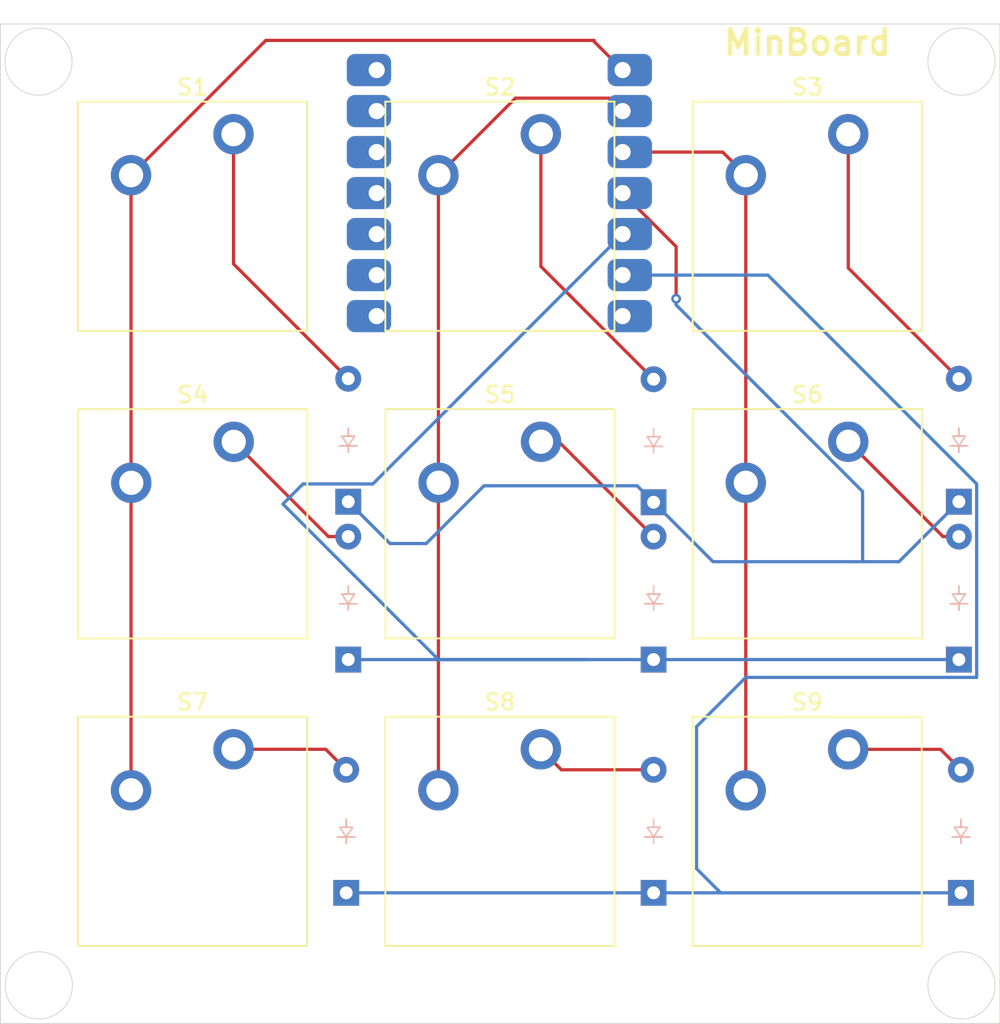
<source format=kicad_pcb>
(kicad_pcb (version 20241229) (generator "pcbnew") (generator_version "9.0")
  (layers (0 "F.Cu" signal) (2 "B.Cu" signal) (13 "F.Paste" user) (15 "B.Paste" user) (5 "F.SilkS" user "F.Silkscreen") (7 "B.SilkS" user "B.Silkscreen") (1 "F.Mask" user) (3 "B.Mask" user) (25 "Edge.Cuts" user))
  (net 0 "")
  (net 1 "Row0")
  (net 2 "Net-(D1-A)")
  (net 3 "Net-(D2-A)")
  (net 4 "Net-(D3-A)")
  (net 5 "Net-(D4-A)")
  (net 6 "Row1")
  (net 7 "Net-(D5-A)")
  (net 8 "Net-(D6-A)")
  (net 9 "Row2")
  (net 10 "Net-(D7-A)")
  (net 11 "Net-(D8-A)")
  (net 12 "Net-(D9-A)")
  (net 13 "Column0")
  (net 14 "Column1")
  (net 15 "Column2")
  (footprint "ScottoKeebs_MX:MX_PCB_1.00u" (layer "F.Cu") (at 85.74 88.11)
    (property "Reference" "S4" (at 0 -8 0) (layer "F.SilkS"))
    (property "Value" "Keyswitch")
    (fp_line (start -7.1 -7.1) (end -7.1 7.1) (stroke (width 0.12)) (layer "F.SilkS"))
    (fp_line (start -7.1 7.1) (end 7.1 7.1) (stroke (width 0.12)) (layer "F.SilkS"))
    (fp_line (start 7.1 -7.1) (end -7.1 -7.1) (stroke (width 0.12)) (layer "F.SilkS"))
    (fp_line (start 7.1 7.1) (end 7.1 -7.1) (stroke (width 0.12)) (layer "F.SilkS"))
    (pad "" np_thru_hole circle (at -5.08 0) (size 1.75 1.75) (drill 1.75) (layers "*.Cu" "*.Mask"))
    (pad "" np_thru_hole circle (at 0 0) (size 4 4) (drill 4) (layers "*.Cu" "*.Mask"))
    (pad "" np_thru_hole circle (at 5.08 0) (size 1.75 1.75) (drill 1.75) (layers "*.Cu" "*.Mask"))
    (pad "1" thru_hole circle (at -3.81 -2.54) (size 2.5 2.5) (drill 1.5) (layers "*.Cu" "*.Mask") (net 13 "Column0"))
    (pad "2" thru_hole circle (at 2.54 -5.08) (size 2.5 2.5) (drill 1.5) (layers "*.Cu" "*.Mask") (net 5 "Net-(D4-A)"))
  )
  (footprint "ScottoKeebs_MX:MX_PCB_1.00u" (layer "F.Cu") (at 85.725 107.15625)
    (property "Reference" "S7" (at 0 -8 0) (layer "F.SilkS"))
    (property "Value" "Keyswitch")
    (fp_line (start -7.1 -7.1) (end -7.1 7.1) (stroke (width 0.12)) (layer "F.SilkS"))
    (fp_line (start -7.1 7.1) (end 7.1 7.1) (stroke (width 0.12)) (layer "F.SilkS"))
    (fp_line (start 7.1 -7.1) (end -7.1 -7.1) (stroke (width 0.12)) (layer "F.SilkS"))
    (fp_line (start 7.1 7.1) (end 7.1 -7.1) (stroke (width 0.12)) (layer "F.SilkS"))
    (pad "" np_thru_hole circle (at -5.08 0) (size 1.75 1.75) (drill 1.75) (layers "*.Cu" "*.Mask"))
    (pad "" np_thru_hole circle (at 0 0) (size 4 4) (drill 4) (layers "*.Cu" "*.Mask"))
    (pad "" np_thru_hole circle (at 5.08 0) (size 1.75 1.75) (drill 1.75) (layers "*.Cu" "*.Mask"))
    (pad "1" thru_hole circle (at -3.81 -2.54) (size 2.5 2.5) (drill 1.5) (layers "*.Cu" "*.Mask") (net 13 "Column0"))
    (pad "2" thru_hole circle (at 2.54 -5.08) (size 2.5 2.5) (drill 1.5) (layers "*.Cu" "*.Mask") (net 10 "Net-(D7-A)"))
  )
  (footprint "ScottoKeebs_MX:MX_PCB_1.00u" (layer "F.Cu") (at 104.785 88.105)
    (property "Reference" "S5" (at 0 -8 0) (layer "F.SilkS"))
    (property "Value" "Keyswitch")
    (fp_line (start -7.1 -7.1) (end -7.1 7.1) (stroke (width 0.12)) (layer "F.SilkS"))
    (fp_line (start -7.1 7.1) (end 7.1 7.1) (stroke (width 0.12)) (layer "F.SilkS"))
    (fp_line (start 7.1 -7.1) (end -7.1 -7.1) (stroke (width 0.12)) (layer "F.SilkS"))
    (fp_line (start 7.1 7.1) (end 7.1 -7.1) (stroke (width 0.12)) (layer "F.SilkS"))
    (pad "" np_thru_hole circle (at -5.08 0) (size 1.75 1.75) (drill 1.75) (layers "*.Cu" "*.Mask"))
    (pad "" np_thru_hole circle (at 0 0) (size 4 4) (drill 4) (layers "*.Cu" "*.Mask"))
    (pad "" np_thru_hole circle (at 5.08 0) (size 1.75 1.75) (drill 1.75) (layers "*.Cu" "*.Mask"))
    (pad "1" thru_hole circle (at -3.81 -2.54) (size 2.5 2.5) (drill 1.5) (layers "*.Cu" "*.Mask") (net 14 "Column1"))
    (pad "2" thru_hole circle (at 2.54 -5.08) (size 2.5 2.5) (drill 1.5) (layers "*.Cu" "*.Mask") (net 7 "Net-(D5-A)"))
  )
  (footprint "ScottoKeebs_MX:MX_PCB_1.00u" (layer "F.Cu") (at 123.825 69.05625)
    (property "Reference" "S3" (at 0 -8 0) (layer "F.SilkS"))
    (property "Value" "Keyswitch")
    (fp_line (start -7.1 -7.1) (end -7.1 7.1) (stroke (width 0.12)) (layer "F.SilkS"))
    (fp_line (start -7.1 7.1) (end 7.1 7.1) (stroke (width 0.12)) (layer "F.SilkS"))
    (fp_line (start 7.1 -7.1) (end -7.1 -7.1) (stroke (width 0.12)) (layer "F.SilkS"))
    (fp_line (start 7.1 7.1) (end 7.1 -7.1) (stroke (width 0.12)) (layer "F.SilkS"))
    (pad "" np_thru_hole circle (at -5.08 0) (size 1.75 1.75) (drill 1.75) (layers "*.Cu" "*.Mask"))
    (pad "" np_thru_hole circle (at 0 0) (size 4 4) (drill 4) (layers "*.Cu" "*.Mask"))
    (pad "" np_thru_hole circle (at 5.08 0) (size 1.75 1.75) (drill 1.75) (layers "*.Cu" "*.Mask"))
    (pad "1" thru_hole circle (at -3.81 -2.54) (size 2.5 2.5) (drill 1.5) (layers "*.Cu" "*.Mask") (net 15 "Column2"))
    (pad "2" thru_hole circle (at 2.54 -5.08) (size 2.5 2.5) (drill 1.5) (layers "*.Cu" "*.Mask") (net 4 "Net-(D3-A)"))
  )
  (footprint "ScottoKeebs_MX:MX_PCB_1.00u" (layer "F.Cu") (at 104.775 107.15625)
    (property "Reference" "S8" (at 0 -8 0) (layer "F.SilkS"))
    (property "Value" "Keyswitch")
    (fp_line (start -7.1 -7.1) (end -7.1 7.1) (stroke (width 0.12)) (layer "F.SilkS"))
    (fp_line (start -7.1 7.1) (end 7.1 7.1) (stroke (width 0.12)) (layer "F.SilkS"))
    (fp_line (start 7.1 -7.1) (end -7.1 -7.1) (stroke (width 0.12)) (layer "F.SilkS"))
    (fp_line (start 7.1 7.1) (end 7.1 -7.1) (stroke (width 0.12)) (layer "F.SilkS"))
    (pad "" np_thru_hole circle (at -5.08 0) (size 1.75 1.75) (drill 1.75) (layers "*.Cu" "*.Mask"))
    (pad "" np_thru_hole circle (at 0 0) (size 4 4) (drill 4) (layers "*.Cu" "*.Mask"))
    (pad "" np_thru_hole circle (at 5.08 0) (size 1.75 1.75) (drill 1.75) (layers "*.Cu" "*.Mask"))
    (pad "1" thru_hole circle (at -3.81 -2.54) (size 2.5 2.5) (drill 1.5) (layers "*.Cu" "*.Mask") (net 14 "Column1"))
    (pad "2" thru_hole circle (at 2.54 -5.08) (size 2.5 2.5) (drill 1.5) (layers "*.Cu" "*.Mask") (net 11 "Net-(D8-A)"))
  )
  (footprint "ScottoKeebs_MX:MX_PCB_1.00u" (layer "F.Cu") (at 123.82 107.16)
    (property "Reference" "S9" (at 0 -8 0) (layer "F.SilkS"))
    (property "Value" "Keyswitch")
    (fp_line (start -7.1 -7.1) (end -7.1 7.1) (stroke (width 0.12)) (layer "F.SilkS"))
    (fp_line (start -7.1 7.1) (end 7.1 7.1) (stroke (width 0.12)) (layer "F.SilkS"))
    (fp_line (start 7.1 -7.1) (end -7.1 -7.1) (stroke (width 0.12)) (layer "F.SilkS"))
    (fp_line (start 7.1 7.1) (end 7.1 -7.1) (stroke (width 0.12)) (layer "F.SilkS"))
    (pad "" np_thru_hole circle (at -5.08 0) (size 1.75 1.75) (drill 1.75) (layers "*.Cu" "*.Mask"))
    (pad "" np_thru_hole circle (at 0 0) (size 4 4) (drill 4) (layers "*.Cu" "*.Mask"))
    (pad "" np_thru_hole circle (at 5.08 0) (size 1.75 1.75) (drill 1.75) (layers "*.Cu" "*.Mask"))
    (pad "1" thru_hole circle (at -3.81 -2.54) (size 2.5 2.5) (drill 1.5) (layers "*.Cu" "*.Mask") (net 15 "Column2"))
    (pad "2" thru_hole circle (at 2.54 -5.08) (size 2.5 2.5) (drill 1.5) (layers "*.Cu" "*.Mask") (net 12 "Net-(D9-A)"))
  )
  (footprint "ScottoKeebs_MX:MX_PCB_1.00u" (layer "F.Cu") (at 85.725 69.05625)
    (property "Reference" "S1" (at 0 -8 0) (layer "F.SilkS"))
    (property "Value" "Keyswitch")
    (fp_line (start -7.1 -7.1) (end -7.1 7.1) (stroke (width 0.12)) (layer "F.SilkS"))
    (fp_line (start -7.1 7.1) (end 7.1 7.1) (stroke (width 0.12)) (layer "F.SilkS"))
    (fp_line (start 7.1 -7.1) (end -7.1 -7.1) (stroke (width 0.12)) (layer "F.SilkS"))
    (fp_line (start 7.1 7.1) (end 7.1 -7.1) (stroke (width 0.12)) (layer "F.SilkS"))
    (pad "" np_thru_hole circle (at -5.08 0) (size 1.75 1.75) (drill 1.75) (layers "*.Cu" "*.Mask"))
    (pad "" np_thru_hole circle (at 0 0) (size 4 4) (drill 4) (layers "*.Cu" "*.Mask"))
    (pad "" np_thru_hole circle (at 5.08 0) (size 1.75 1.75) (drill 1.75) (layers "*.Cu" "*.Mask"))
    (pad "1" thru_hole circle (at -3.81 -2.54) (size 2.5 2.5) (drill 1.5) (layers "*.Cu" "*.Mask") (net 13 "Column0"))
    (pad "2" thru_hole circle (at 2.54 -5.08) (size 2.5 2.5) (drill 1.5) (layers "*.Cu" "*.Mask") (net 2 "Net-(D1-A)"))
  )
  (footprint "ScottoKeebs_MX:MX_PCB_1.00u" (layer "F.Cu") (at 104.775 69.05625)
    (property "Reference" "S2" (at 0 -8 0) (layer "F.SilkS"))
    (property "Value" "Keyswitch")
    (fp_line (start -7.1 -7.1) (end -7.1 7.1) (stroke (width 0.12)) (layer "F.SilkS"))
    (fp_line (start -7.1 7.1) (end 7.1 7.1) (stroke (width 0.12)) (layer "F.SilkS"))
    (fp_line (start 7.1 -7.1) (end -7.1 -7.1) (stroke (width 0.12)) (layer "F.SilkS"))
    (fp_line (start 7.1 7.1) (end 7.1 -7.1) (stroke (width 0.12)) (layer "F.SilkS"))
    (pad "" np_thru_hole circle (at -5.08 0) (size 1.75 1.75) (drill 1.75) (layers "*.Cu" "*.Mask"))
    (pad "" np_thru_hole circle (at 0 0) (size 4 4) (drill 4) (layers "*.Cu" "*.Mask"))
    (pad "" np_thru_hole circle (at 5.08 0) (size 1.75 1.75) (drill 1.75) (layers "*.Cu" "*.Mask"))
    (pad "1" thru_hole circle (at -3.81 -2.54) (size 2.5 2.5) (drill 1.5) (layers "*.Cu" "*.Mask") (net 14 "Column1"))
    (pad "2" thru_hole circle (at 2.54 -5.08) (size 2.5 2.5) (drill 1.5) (layers "*.Cu" "*.Mask") (net 3 "Net-(D2-A)"))
  )
  (footprint "ScottoKeebs_MX:MX_PCB_1.00u" (layer "F.Cu") (at 123.825 88.10625)
    (property "Reference" "S6" (at 0 -8 0) (layer "F.SilkS"))
    (property "Value" "Keyswitch")
    (fp_line (start -7.1 -7.1) (end -7.1 7.1) (stroke (width 0.12)) (layer "F.SilkS"))
    (fp_line (start -7.1 7.1) (end 7.1 7.1) (stroke (width 0.12)) (layer "F.SilkS"))
    (fp_line (start 7.1 -7.1) (end -7.1 -7.1) (stroke (width 0.12)) (layer "F.SilkS"))
    (fp_line (start 7.1 7.1) (end 7.1 -7.1) (stroke (width 0.12)) (layer "F.SilkS"))
    (pad "" np_thru_hole circle (at -5.08 0) (size 1.75 1.75) (drill 1.75) (layers "*.Cu" "*.Mask"))
    (pad "" np_thru_hole circle (at 0 0) (size 4 4) (drill 4) (layers "*.Cu" "*.Mask"))
    (pad "" np_thru_hole circle (at 5.08 0) (size 1.75 1.75) (drill 1.75) (layers "*.Cu" "*.Mask"))
    (pad "1" thru_hole circle (at -3.81 -2.54) (size 2.5 2.5) (drill 1.5) (layers "*.Cu" "*.Mask") (net 15 "Column2"))
    (pad "2" thru_hole circle (at 2.54 -5.08) (size 2.5 2.5) (drill 1.5) (layers "*.Cu" "*.Mask") (net 8 "Net-(D6-A)"))
  )
  (footprint "ScottoKeebs_Components:Diode_DO-35" (layer "B.Cu") (at 95.25 110.96625 90)
    (property "Reference" "D7" (hide yes))
    (property "Value" "Diode" (hide yes))
    (fp_line (start 4.06 -0.4) (end 3.46 0) (stroke (width 0.1)) (layer "B.SilkS"))
    (fp_line (start 4.06 0) (end 4.56 0) (stroke (width 0.1)) (layer "B.SilkS"))
    (fp_line (start 3.46 0) (end 4.06 0.4) (stroke (width 0.1)) (layer "B.SilkS"))
    (fp_line (start 3.06 0) (end 3.46 0) (stroke (width 0.1)) (layer "B.SilkS"))
    (fp_line (start 4.06 0.4) (end 4.06 -0.4) (stroke (width 0.1)) (layer "B.SilkS"))
    (fp_line (start 3.46 0.55) (end 3.46 -0.55) (stroke (width 0.1)) (layer "B.SilkS"))
    (pad "1" thru_hole rect (at 0 0 90) (size 1.6 1.6) (drill 0.8) (layers "*.Cu" "*.Mask") (net 9 "Row2"))
    (pad "2" thru_hole oval (at 7.62 0 90) (size 1.6 1.6) (drill 0.8) (layers "*.Cu" "*.Mask") (net 10 "Net-(D7-A)"))
  )
  (footprint "ScottoKeebs_Components:Diode_DO-35" (layer "B.Cu") (at 95.377 86.741 90)
    (property "Reference" "D1" (hide yes))
    (property "Value" "Diode" (hide yes))
    (fp_line (start 4.06 -0.4) (end 3.46 0) (stroke (width 0.1)) (layer "B.SilkS"))
    (fp_line (start 4.06 0) (end 4.56 0) (stroke (width 0.1)) (layer "B.SilkS"))
    (fp_line (start 3.46 0) (end 4.06 0.4) (stroke (width 0.1)) (layer "B.SilkS"))
    (fp_line (start 3.06 0) (end 3.46 0) (stroke (width 0.1)) (layer "B.SilkS"))
    (fp_line (start 4.06 0.4) (end 4.06 -0.4) (stroke (width 0.1)) (layer "B.SilkS"))
    (fp_line (start 3.46 0.55) (end 3.46 -0.55) (stroke (width 0.1)) (layer "B.SilkS"))
    (pad "1" thru_hole rect (at 0 0 90) (size 1.6 1.6) (drill 0.8) (layers "*.Cu" "*.Mask") (net 1 "Row0"))
    (pad "2" thru_hole oval (at 7.62 0 90) (size 1.6 1.6) (drill 0.8) (layers "*.Cu" "*.Mask") (net 2 "Net-(D1-A)"))
  )
  (footprint "ScottoKeebs_Components:Diode_DO-35" (layer "B.Cu") (at 114.3 86.77275 90)
    (property "Reference" "D2" (hide yes))
    (property "Value" "Diode" (hide yes))
    (fp_line (start 4.06 -0.4) (end 3.46 0) (stroke (width 0.1)) (layer "B.SilkS"))
    (fp_line (start 4.06 0) (end 4.56 0) (stroke (width 0.1)) (layer "B.SilkS"))
    (fp_line (start 3.46 0) (end 4.06 0.4) (stroke (width 0.1)) (layer "B.SilkS"))
    (fp_line (start 3.06 0) (end 3.46 0) (stroke (width 0.1)) (layer "B.SilkS"))
    (fp_line (start 4.06 0.4) (end 4.06 -0.4) (stroke (width 0.1)) (layer "B.SilkS"))
    (fp_line (start 3.46 0.55) (end 3.46 -0.55) (stroke (width 0.1)) (layer "B.SilkS"))
    (pad "1" thru_hole rect (at 0 0 90) (size 1.6 1.6) (drill 0.8) (layers "*.Cu" "*.Mask") (net 1 "Row0"))
    (pad "2" thru_hole oval (at 7.62 0 90) (size 1.6 1.6) (drill 0.8) (layers "*.Cu" "*.Mask") (net 3 "Net-(D2-A)"))
  )
  (footprint "ScottoKeebs_Components:Diode_DO-35" (layer "B.Cu") (at 114.3 96.52 90)
    (property "Reference" "D5" (hide yes))
    (property "Value" "Diode" (hide yes))
    (fp_line (start 4.06 -0.4) (end 3.46 0) (stroke (width 0.1)) (layer "B.SilkS"))
    (fp_line (start 4.06 0) (end 4.56 0) (stroke (width 0.1)) (layer "B.SilkS"))
    (fp_line (start 3.46 0) (end 4.06 0.4) (stroke (width 0.1)) (layer "B.SilkS"))
    (fp_line (start 3.06 0) (end 3.46 0) (stroke (width 0.1)) (layer "B.SilkS"))
    (fp_line (start 4.06 0.4) (end 4.06 -0.4) (stroke (width 0.1)) (layer "B.SilkS"))
    (fp_line (start 3.46 0.55) (end 3.46 -0.55) (stroke (width 0.1)) (layer "B.SilkS"))
    (pad "1" thru_hole rect (at 0 0 90) (size 1.6 1.6) (drill 0.8) (layers "*.Cu" "*.Mask") (net 6 "Row1"))
    (pad "2" thru_hole oval (at 7.62 0 90) (size 1.6 1.6) (drill 0.8) (layers "*.Cu" "*.Mask") (net 7 "Net-(D5-A)"))
  )
  (footprint "ScottoKeebs_Components:Diode_DO-35" (layer "B.Cu") (at 133.223 86.741 90)
    (property "Reference" "D3" (hide yes))
    (property "Value" "Diode" (hide yes))
    (fp_line (start 4.06 -0.4) (end 3.46 0) (stroke (width 0.1)) (layer "B.SilkS"))
    (fp_line (start 4.06 0) (end 4.56 0) (stroke (width 0.1)) (layer "B.SilkS"))
    (fp_line (start 3.46 0) (end 4.06 0.4) (stroke (width 0.1)) (layer "B.SilkS"))
    (fp_line (start 3.06 0) (end 3.46 0) (stroke (width 0.1)) (layer "B.SilkS"))
    (fp_line (start 4.06 0.4) (end 4.06 -0.4) (stroke (width 0.1)) (layer "B.SilkS"))
    (fp_line (start 3.46 0.55) (end 3.46 -0.55) (stroke (width 0.1)) (layer "B.SilkS"))
    (pad "1" thru_hole rect (at 0 0 90) (size 1.6 1.6) (drill 0.8) (layers "*.Cu" "*.Mask") (net 1 "Row0"))
    (pad "2" thru_hole oval (at 7.62 0 90) (size 1.6 1.6) (drill 0.8) (layers "*.Cu" "*.Mask") (net 4 "Net-(D3-A)"))
  )
  (footprint "ScottoKeebs_MCU:Seeed_XIAO_RP2040" (layer "B.Cu") (at 104.760272 67.623289 180)
    (property "Reference" "U1" (hide yes))
    (property "Value" "MCU_Seeed_XIAO_RP2040")
    (pad "1" smd roundrect (at -8.065 7.62 180) (size 2.75 2) (layers "B.Cu" "B.Mask" "B.Paste") (net 13 "Column0"))
    (pad "1" thru_hole rect (at -7.62 7.62 90) (size 1.6 1.6) (drill 1) (layers "*.Cu" "*.Mask") (net 13 "Column0"))
    (pad "2" smd roundrect (at -8.065 5.08 180) (size 2.75 2) (layers "B.Cu" "B.Mask" "B.Paste") (net 14 "Column1"))
    (pad "2" thru_hole circle (at -7.62 5.08 90) (size 1.6 1.6) (drill 1) (layers "*.Cu" "*.Mask") (net 14 "Column1"))
    (pad "3" smd roundrect (at -8.065 2.54 180) (size 2.75 2) (layers "B.Cu" "B.Mask" "B.Paste") (net 15 "Column2"))
    (pad "3" thru_hole circle (at -7.62 2.54 90) (size 1.6 1.6) (drill 1) (layers "*.Cu" "*.Mask") (net 15 "Column2"))
    (pad "4" smd roundrect (at -8.065 0 180) (size 2.75 2) (layers "B.Cu" "B.Mask" "B.Paste") (net 1 "Row0"))
    (pad "4" thru_hole circle (at -7.62 0 90) (size 1.6 1.6) (drill 1) (layers "*.Cu" "*.Mask") (net 1 "Row0"))
    (pad "5" smd roundrect (at -8.065 -2.54 180) (size 2.75 2) (layers "B.Cu" "B.Mask" "B.Paste") (net 6 "Row1"))
    (pad "5" thru_hole circle (at -7.62 -2.54 90) (size 1.6 1.6) (drill 1) (layers "*.Cu" "*.Mask") (net 6 "Row1"))
    (pad "6" smd roundrect (at -8.065 -5.08 180) (size 2.75 2) (layers "B.Cu" "B.Mask" "B.Paste") (net 9 "Row2"))
    (pad "6" thru_hole circle (at -7.62 -5.08 90) (size 1.6 1.6) (drill 1) (layers "*.Cu" "*.Mask") (net 9 "Row2"))
    (pad "7" smd roundrect (at -8.065 -7.62 180) (size 2.75 2) (layers "B.Cu" "B.Mask" "B.Paste"))
    (pad "7" thru_hole circle (at -7.62 -7.62 90) (size 1.6 1.6) (drill 1) (layers "*.Cu" "*.Mask"))
    (pad "8" thru_hole circle (at 7.62 -7.62 90) (size 1.6 1.6) (drill 1) (layers "*.Cu" "*.Mask"))
    (pad "8" smd roundrect (at 8.1 -7.62 180) (size 2.75 2) (layers "B.Cu" "B.Mask" "B.Paste"))
    (pad "9" thru_hole circle (at 7.62 -5.08 90) (size 1.6 1.6) (drill 1) (layers "*.Cu" "*.Mask"))
    (pad "9" smd roundrect (at 8.1 -5.08 180) (size 2.75 2) (layers "B.Cu" "B.Mask" "B.Paste"))
    (pad "10" thru_hole circle (at 7.62 -2.54 90) (size 1.6 1.6) (drill 1) (layers "*.Cu" "*.Mask"))
    (pad "10" smd roundrect (at 8.1 -2.54 180) (size 2.75 2) (layers "B.Cu" "B.Mask" "B.Paste"))
    (pad "11" thru_hole circle (at 7.62 0 90) (size 1.6 1.6) (drill 1) (layers "*.Cu" "*.Mask"))
    (pad "11" smd roundrect (at 8.1 0 180) (size 2.75 2) (layers "B.Cu" "B.Mask" "B.Paste"))
    (pad "12" thru_hole circle (at 7.62 2.54 90) (size 1.6 1.6) (drill 1) (layers "*.Cu" "*.Mask"))
    (pad "12" smd roundrect (at 8.1 2.54 180) (size 2.75 2) (layers "B.Cu" "B.Mask" "B.Paste"))
    (pad "13" thru_hole circle (at 7.62 5.08 90) (size 1.6 1.6) (drill 1) (layers "*.Cu" "*.Mask"))
    (pad "13" smd roundrect (at 8.1 5.08 180) (size 2.75 2) (layers "B.Cu" "B.Mask" "B.Paste"))
    (pad "14" thru_hole circle (at 7.62 7.62 90) (size 1.6 1.6) (drill 1) (layers "*.Cu" "*.Mask"))
    (pad "14" smd roundrect (at 8.1 7.62 180) (size 2.75 2) (layers "B.Cu" "B.Mask" "B.Paste"))
  )
  (footprint "ScottoKeebs_Components:Diode_DO-35" (layer "B.Cu") (at 133.35 110.96625 90)
    (property "Reference" "D9" (hide yes))
    (property "Value" "Diode" (hide yes))
    (fp_line (start 4.06 -0.4) (end 3.46 0) (stroke (width 0.1)) (layer "B.SilkS"))
    (fp_line (start 4.06 0) (end 4.56 0) (stroke (width 0.1)) (layer "B.SilkS"))
    (fp_line (start 3.46 0) (end 4.06 0.4) (stroke (width 0.1)) (layer "B.SilkS"))
    (fp_line (start 3.06 0) (end 3.46 0) (stroke (width 0.1)) (layer "B.SilkS"))
    (fp_line (start 4.06 0.4) (end 4.06 -0.4) (stroke (width 0.1)) (layer "B.SilkS"))
    (fp_line (start 3.46 0.55) (end 3.46 -0.55) (stroke (width 0.1)) (layer "B.SilkS"))
    (pad "1" thru_hole rect (at 0 0 90) (size 1.6 1.6) (drill 0.8) (layers "*.Cu" "*.Mask") (net 9 "Row2"))
    (pad "2" thru_hole oval (at 7.62 0 90) (size 1.6 1.6) (drill 0.8) (layers "*.Cu" "*.Mask") (net 12 "Net-(D9-A)"))
  )
  (footprint "ScottoKeebs_Components:Diode_DO-35" (layer "B.Cu") (at 95.377 96.52 90)
    (property "Reference" "D4" (hide yes))
    (property "Value" "Diode" (hide yes))
    (fp_line (start 4.06 -0.4) (end 3.46 0) (stroke (width 0.1)) (layer "B.SilkS"))
    (fp_line (start 4.06 0) (end 4.56 0) (stroke (width 0.1)) (layer "B.SilkS"))
    (fp_line (start 3.46 0) (end 4.06 0.4) (stroke (width 0.1)) (layer "B.SilkS"))
    (fp_line (start 3.06 0) (end 3.46 0) (stroke (width 0.1)) (layer "B.SilkS"))
    (fp_line (start 4.06 0.4) (end 4.06 -0.4) (stroke (width 0.1)) (layer "B.SilkS"))
    (fp_line (start 3.46 0.55) (end 3.46 -0.55) (stroke (width 0.1)) (layer "B.SilkS"))
    (pad "1" thru_hole rect (at 0 0 90) (size 1.6 1.6) (drill 0.8) (layers "*.Cu" "*.Mask") (net 6 "Row1"))
    (pad "2" thru_hole oval (at 7.62 0 90) (size 1.6 1.6) (drill 0.8) (layers "*.Cu" "*.Mask") (net 5 "Net-(D4-A)"))
  )
  (footprint "ScottoKeebs_Components:Diode_DO-35" (layer "B.Cu") (at 133.223 96.52 90)
    (property "Reference" "D6" (hide yes))
    (property "Value" "Diode" (hide yes))
    (fp_line (start 4.06 -0.4) (end 3.46 0) (stroke (width 0.1)) (layer "B.SilkS"))
    (fp_line (start 4.06 0) (end 4.56 0) (stroke (width 0.1)) (layer "B.SilkS"))
    (fp_line (start 3.46 0) (end 4.06 0.4) (stroke (width 0.1)) (layer "B.SilkS"))
    (fp_line (start 3.06 0) (end 3.46 0) (stroke (width 0.1)) (layer "B.SilkS"))
    (fp_line (start 4.06 0.4) (end 4.06 -0.4) (stroke (width 0.1)) (layer "B.SilkS"))
    (fp_line (start 3.46 0.55) (end 3.46 -0.55) (stroke (width 0.1)) (layer "B.SilkS"))
    (pad "1" thru_hole rect (at 0 0 90) (size 1.6 1.6) (drill 0.8) (layers "*.Cu" "*.Mask") (net 6 "Row1"))
    (pad "2" thru_hole oval (at 7.62 0 90) (size 1.6 1.6) (drill 0.8) (layers "*.Cu" "*.Mask") (net 8 "Net-(D6-A)"))
  )
  (footprint "ScottoKeebs_Components:Diode_DO-35" (layer "B.Cu") (at 114.3 110.96625 90)
    (property "Reference" "D8" (hide yes))
    (property "Value" "Diode" (hide yes))
    (fp_line (start 4.06 -0.4) (end 3.46 0) (stroke (width 0.1)) (layer "B.SilkS"))
    (fp_line (start 4.06 0) (end 4.56 0) (stroke (width 0.1)) (layer "B.SilkS"))
    (fp_line (start 3.46 0) (end 4.06 0.4) (stroke (width 0.1)) (layer "B.SilkS"))
    (fp_line (start 3.06 0) (end 3.46 0) (stroke (width 0.1)) (layer "B.SilkS"))
    (fp_line (start 4.06 0.4) (end 4.06 -0.4) (stroke (width 0.1)) (layer "B.SilkS"))
    (fp_line (start 3.46 0.55) (end 3.46 -0.55) (stroke (width 0.1)) (layer "B.SilkS"))
    (pad "1" thru_hole rect (at 0 0 90) (size 1.6 1.6) (drill 0.8) (layers "*.Cu" "*.Mask") (net 9 "Row2"))
    (pad "2" thru_hole oval (at 7.62 0 90) (size 1.6 1.6) (drill 0.8) (layers "*.Cu" "*.Mask") (net 11 "Net-(D8-A)"))
  )
  (gr_circle (center 76.17929 59.47929) (end 77.64957 60.94957) (stroke (width 0.05)) (fill no) (layer "Edge.Cuts"))
  (gr_circle (center 133.38225 59.47929) (end 134.85253 60.94957) (stroke (width 0.05)) (fill no) (layer "Edge.Cuts"))
  (gr_circle (center 133.38225 116.7) (end 134.85253 118.17028) (stroke (width 0.05)) (fill no) (layer "Edge.Cuts"))
  (gr_circle (center 76.2 116.7) (end 77.67028 118.17028) (stroke (width 0.05)) (fill no) (layer "Edge.Cuts"))
  (gr_rect (start 73.81875 57.15) (end 135.7645 119.0625) (stroke (width 0.05)) (fill no) (layer "Edge.Cuts"))
  (gr_text "MinBoard" (at 118.491 59.182 0) (layer "F.SilkS") (effects (font (size 1.5 1.5) (thickness 0.3) (bold yes)) (justify left bottom)))
  (segment (start 115.697 74.168) (end 115.697 70.940017) (width 0.2) (layer "F.Cu") (net 1))
  (segment (start 115.697 70.940017) (end 112.380272 67.623289) (width 0.2) (layer "F.Cu") (net 1))
  (via (at 115.697 74.168) (size 0.6) (drill 0.3) (layers "F.Cu" "B.Cu") (net 1))
  (segment (start 100.212826 89.331) (end 103.789826 85.754) (width 0.2) (layer "B.Cu") (net 1))
  (segment (start 127.254 86.108696) (end 115.697 74.551696) (width 0.2) (layer "B.Cu") (net 1))
  (segment (start 115.697 74.551696) (end 115.697 74.168) (width 0.2) (layer "B.Cu") (net 1))
  (segment (start 117.9845 90.45725) (end 127.254 90.45725) (width 0.2) (layer "B.Cu") (net 1))
  (segment (start 103.789826 85.754) (end 113.28125 85.754) (width 0.2) (layer "B.Cu") (net 1))
  (segment (start 127.254 90.45725) (end 129.50675 90.45725) (width 0.2) (layer "B.Cu") (net 1))
  (segment (start 129.50675 90.45725) (end 133.223 86.741) (width 0.2) (layer "B.Cu") (net 1))
  (segment (start 97.967 89.331) (end 100.212826 89.331) (width 0.2) (layer "B.Cu") (net 1))
  (segment (start 113.28125 85.754) (end 114.3 86.77275) (width 0.2) (layer "B.Cu") (net 1))
  (segment (start 114.3 86.77275) (end 117.9845 90.45725) (width 0.2) (layer "B.Cu") (net 1))
  (segment (start 95.377 86.741) (end 97.967 89.331) (width 0.2) (layer "B.Cu") (net 1))
  (segment (start 127.254 90.45725) (end 127.254 86.108696) (width 0.2) (layer "B.Cu") (net 1))
  (segment (start 88.265 72.009) (end 95.377 79.121) (width 0.2) (layer "F.Cu") (net 2))
  (segment (start 88.265 63.97625) (end 88.265 72.009) (width 0.2) (layer "F.Cu") (net 2))
  (segment (start 107.315 72.16775) (end 107.315 63.97625) (width 0.2) (layer "F.Cu") (net 3))
  (segment (start 114.3 79.15275) (end 107.315 72.16775) (width 0.2) (layer "F.Cu") (net 3))
  (segment (start 126.365 63.97625) (end 126.365 72.263) (width 0.2) (layer "F.Cu") (net 4))
  (segment (start 126.365 72.263) (end 133.223 79.121) (width 0.2) (layer "F.Cu") (net 4))
  (segment (start 94.15 88.9) (end 95.377 88.9) (width 0.2) (layer "F.Cu") (net 5))
  (segment (start 88.28 83.03) (end 94.15 88.9) (width 0.2) (layer "F.Cu") (net 5))
  (segment (start 96.903561 85.64) (end 112.380272 70.163289) (width 0.2) (layer "B.Cu") (net 6))
  (segment (start 91.327826 86.884) (end 92.571826 85.64) (width 0.2) (layer "B.Cu") (net 6))
  (segment (start 100.963826 96.52) (end 91.327826 86.884) (width 0.2) (layer "B.Cu") (net 6))
  (segment (start 110.236 96.52) (end 100.963826 96.52) (width 0.2) (layer "B.Cu") (net 6))
  (segment (start 110.236 96.52) (end 133.223 96.52) (width 0.2) (layer "B.Cu") (net 6))
  (segment (start 92.571826 85.64) (end 96.903561 85.64) (width 0.2) (layer "B.Cu") (net 6))
  (segment (start 95.377 96.52) (end 110.236 96.52) (width 0.2) (layer "B.Cu") (net 6))
  (segment (start 108.425 83.025) (end 107.325 83.025) (width 0.2) (layer "F.Cu") (net 7))
  (segment (start 114.3 88.9) (end 108.425 83.025) (width 0.2) (layer "F.Cu") (net 7))
  (segment (start 126.365 83.02625) (end 132.23875 88.9) (width 0.2) (layer "F.Cu") (net 8))
  (segment (start 132.23875 88.9) (end 133.223 88.9) (width 0.2) (layer "F.Cu") (net 8))
  (segment (start 116.967 109.474) (end 116.967 100.668) (width 0.2) (layer "B.Cu") (net 9))
  (segment (start 116.967 110.96625) (end 118.45925 110.96625) (width 0.2) (layer "B.Cu") (net 9))
  (segment (start 116.967 109.474) (end 118.45925 110.96625) (width 0.2) (layer "B.Cu") (net 9))
  (segment (start 116.967 100.668) (end 120.014 97.621) (width 0.2) (layer "B.Cu") (net 9))
  (segment (start 120.014 97.621) (end 134.324 97.621) (width 0.2) (layer "B.Cu") (net 9))
  (segment (start 134.324 85.64) (end 121.387289 72.703289) (width 0.2) (layer "B.Cu") (net 9))
  (segment (start 95.25 110.96625) (end 116.967 110.96625) (width 0.2) (layer "B.Cu") (net 9))
  (segment (start 118.45925 110.96625) (end 133.35 110.96625) (width 0.2) (layer "B.Cu") (net 9))
  (segment (start 134.324 97.621) (end 134.324 85.64) (width 0.2) (layer "B.Cu") (net 9))
  (segment (start 121.387289 72.703289) (end 112.380272 72.703289) (width 0.2) (layer "B.Cu") (net 9))
  (segment (start 88.265 102.07625) (end 93.98 102.07625) (width 0.2) (layer "F.Cu") (net 10))
  (segment (start 93.98 102.07625) (end 95.25 103.34625) (width 0.2) (layer "F.Cu") (net 10))
  (segment (start 108.585 103.34625) (end 107.315 102.07625) (width 0.2) (layer "F.Cu") (net 11))
  (segment (start 114.3 103.34625) (end 108.585 103.34625) (width 0.2) (layer "F.Cu") (net 11))
  (segment (start 126.36 102.08) (end 132.08375 102.08) (width 0.2) (layer "F.Cu") (net 12))
  (segment (start 132.08375 102.08) (end 133.35 103.34625) (width 0.2) (layer "F.Cu") (net 12))
  (segment (start 110.617 58.240017) (end 112.380272 60.003289) (width 0.2) (layer "F.Cu") (net 13))
  (segment (start 110.617 58.166) (end 110.617 58.240017) (width 0.2) (layer "F.Cu") (net 13))
  (segment (start 81.915 85.585) (end 81.93 85.57) (width 0.2) (layer "F.Cu") (net 13))
  (segment (start 90.26525 58.166) (end 110.617 58.166) (width 0.2) (layer "F.Cu") (net 13))
  (segment (start 81.915 85.555) (end 81.93 85.57) (width 0.2) (layer "F.Cu") (net 13))
  (segment (start 81.915 104.61625) (end 81.915 85.585) (width 0.2) (layer "F.Cu") (net 13))
  (segment (start 81.915 66.51625) (end 81.915 85.555) (width 0.2) (layer "F.Cu") (net 13))
  (segment (start 81.915 66.51625) (end 90.26525 58.166) (width 0.2) (layer "F.Cu") (net 13))
  (segment (start 111.580273 61.74329) (end 112.380272 62.543289) (width 0.2) (layer "F.Cu") (net 14))
  (segment (start 105.73796 61.74329) (end 111.580273 61.74329) (width 0.2) (layer "F.Cu") (net 14))
  (segment (start 100.965 66.51625) (end 105.73796 61.74329) (width 0.2) (layer "F.Cu") (net 14))
  (segment (start 100.965 104.61625) (end 100.965 66.51625) (width 0.2) (layer "F.Cu") (net 14))
  (segment (start 120.015 66.51625) (end 120.015 104.615) (width 0.2) (layer "F.Cu") (net 15))
  (segment (start 120.015 104.615) (end 120.01 104.62) (width 0.2) (layer "F.Cu") (net 15))
  (segment (start 118.582039 65.083289) (end 112.380272 65.083289) (width 0.2) (layer "F.Cu") (net 15))
  (segment (start 120.015 66.51625) (end 118.582039 65.083289) (width 0.2) (layer "F.Cu") (net 15))
)
</source>
